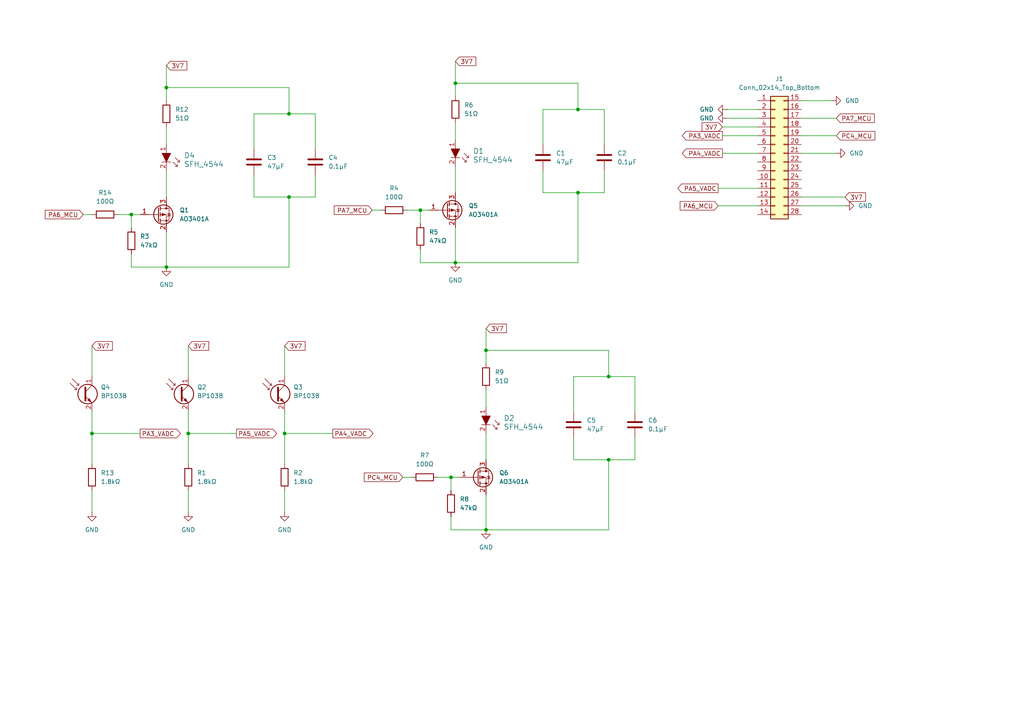
<source format=kicad_sch>
(kicad_sch (version 20231120) (generator "eeschema") (generator_version "8.0")
  (paper "A4")
  (title_block (title "Sensing Subsystem Schematic") (date "2024-04-20") (rev "Version 1") (company "Simushi Fortune Lutombi") (comment 1 "Q2,Q3,Q4 and their involved circuitry are the IR-reciever, which detect reflected IR signals") (comment 2 "D1,D2,D4 and their involved circuitry are the IR-emitter, which send out IR signals") (comment 3 "Q1,Q5,Q6 are mosfets for level switching the IR-emitter circuits.") (comment 4 "R14,R4,R7 ensure current does not flow back to the MCU and R3,R5,R8 are pull down resistors") (comment 7 "PA\"\"_VADC and PA\"\"_MCU connect to the microcontrollers GPIO pins for processing"))
  (lib_symbols
    (symbol "Capacitor_AKL:C_0603" (pin_numbers hide) (pin_names (offset 0.254))
      (property "Reference" "C" (at 0.635 2.54 0))
      (property "Value" "C_0603" (at 0.635 -2.54 0))
      (symbol "C_0603_0_1"
        (polyline (pts (xy -2.032 -0.762) (xy 2.032 -0.762)) (stroke (width 0.508)))
        (polyline (pts (xy -2.032 0.762) (xy 2.032 0.762)) (stroke (width 0.508)))
      )
      (symbol "C_0603_0_2"
        (polyline (pts (xy -2.54 -2.54) (xy -0.381 -0.381)))
        (polyline (pts (xy -0.508 -0.508) (xy -1.651 0.635)) (stroke (width 0.508)))
        (polyline (pts (xy -0.508 -0.508) (xy 0.635 -1.651)) (stroke (width 0.508)))
        (polyline (pts (xy 0.381 0.381) (xy 2.54 2.54)))
        (polyline (pts (xy 0.508 0.508) (xy -0.635 1.651)) (stroke (width 0.508)))
        (polyline (pts (xy 0.508 0.508) (xy 1.651 -0.635)) (stroke (width 0.508)))
      )
      (symbol "C_0603_1_1"
        (pin passive line (at 0 3.81 270) (length 2.794) (name "~") (number "1"))
        (pin passive line (at 0 -3.81 90) (length 2.794) (name "~") (number "2"))
      )
      (symbol "C_0603_1_2"
        (pin passive line (at 2.54 2.54 270) (length 0) (name "~") (number "1"))
        (pin passive line (at -2.54 -2.54 90) (length 0) (name "~") (number "2"))
      )
    )
    (symbol "Capacitor_US_AKL:C_0402" (pin_numbers hide) (pin_names (offset 0.254))
      (property "Reference" "C" (at 0.635 2.54 0))
      (property "Value" "C_0402" (at 0.635 -2.54 0))
      (symbol "C_0402_0_1"
        (polyline (pts (xy -2.032 -0.762) (xy 2.032 -0.762)) (stroke (width 0.508)))
        (polyline (pts (xy -2.032 0.762) (xy 2.032 0.762)) (stroke (width 0.508)))
      )
      (symbol "C_0402_0_2"
        (polyline (pts (xy -2.54 -2.54) (xy -0.381 -0.381)))
        (polyline (pts (xy -0.508 -0.508) (xy -1.651 0.635)) (stroke (width 0.508)))
        (polyline (pts (xy -0.508 -0.508) (xy 0.635 -1.651)) (stroke (width 0.508)))
        (polyline (pts (xy 0.381 0.381) (xy 2.54 2.54)))
        (polyline (pts (xy 0.508 0.508) (xy -0.635 1.651)) (stroke (width 0.508)))
        (polyline (pts (xy 0.508 0.508) (xy 1.651 -0.635)) (stroke (width 0.508)))
      )
      (symbol "C_0402_1_1"
        (pin passive line (at 0 3.81 270) (length 2.794) (name "~") (number "1"))
        (pin passive line (at 0 -3.81 90) (length 2.794) (name "~") (number "2"))
      )
      (symbol "C_0402_1_2"
        (pin passive line (at 2.54 2.54 270) (length 0) (name "~") (number "1"))
        (pin passive line (at -2.54 -2.54 90) (length 0) (name "~") (number "2"))
      )
    )
    (symbol "Connector_Generic:Conn_02x14_Top_Bottom" (pin_names (offset 1.016) hide)
      (property "Reference" "J" (at 1.27 17.78 0))
      (property "Value" "Conn_02x14_Top_Bottom" (at 1.27 -20.32 0))
      (symbol "Conn_02x14_Top_Bottom_1_1"
        (rectangle (start -1.27 -17.653) (end 0 -17.907) (stroke (width 0.1524)))
        (rectangle (start -1.27 -15.113) (end 0 -15.367) (stroke (width 0.1524)))
        (rectangle (start -1.27 -12.573) (end 0 -12.827) (stroke (width 0.1524)))
        (rectangle (start -1.27 -10.033) (end 0 -10.287) (stroke (width 0.1524)))
        (rectangle (start -1.27 -7.493) (end 0 -7.747) (stroke (width 0.1524)))
        (rectangle (start -1.27 -4.953) (end 0 -5.207) (stroke (width 0.1524)))
        (rectangle (start -1.27 -2.413) (end 0 -2.667) (stroke (width 0.1524)))
        (rectangle (start -1.27 0.127) (end 0 -0.127) (stroke (width 0.1524)))
        (rectangle (start -1.27 2.667) (end 0 2.413) (stroke (width 0.1524)))
        (rectangle (start -1.27 5.207) (end 0 4.953) (stroke (width 0.1524)))
        (rectangle (start -1.27 7.747) (end 0 7.493) (stroke (width 0.1524)))
        (rectangle (start -1.27 10.287) (end 0 10.033) (stroke (width 0.1524)))
        (rectangle (start -1.27 12.827) (end 0 12.573) (stroke (width 0.1524)))
        (rectangle (start -1.27 15.367) (end 0 15.113) (stroke (width 0.1524)))
        (rectangle (start -1.27 16.51) (end 3.81 -19.05) (stroke (width 0.254)) (fill (type background)))
        (rectangle (start 3.81 -17.653) (end 2.54 -17.907) (stroke (width 0.1524)))
        (rectangle (start 3.81 -15.113) (end 2.54 -15.367) (stroke (width 0.1524)))
        (rectangle (start 3.81 -12.573) (end 2.54 -12.827) (stroke (width 0.1524)))
        (rectangle (start 3.81 -10.033) (end 2.54 -10.287) (stroke (width 0.1524)))
        (rectangle (start 3.81 -7.493) (end 2.54 -7.747) (stroke (width 0.1524)))
        (rectangle (start 3.81 -4.953) (end 2.54 -5.207) (stroke (width 0.1524)))
        (rectangle (start 3.81 -2.413) (end 2.54 -2.667) (stroke (width 0.1524)))
        (rectangle (start 3.81 0.127) (end 2.54 -0.127) (stroke (width 0.1524)))
        (rectangle (start 3.81 2.667) (end 2.54 2.413) (stroke (width 0.1524)))
        (rectangle (start 3.81 5.207) (end 2.54 4.953) (stroke (width 0.1524)))
        (rectangle (start 3.81 7.747) (end 2.54 7.493) (stroke (width 0.1524)))
        (rectangle (start 3.81 10.287) (end 2.54 10.033) (stroke (width 0.1524)))
        (rectangle (start 3.81 12.827) (end 2.54 12.573) (stroke (width 0.1524)))
        (rectangle (start 3.81 15.367) (end 2.54 15.113) (stroke (width 0.1524)))
        (pin passive line (at -5.08 15.24 0) (length 3.81) (name "Pin_1") (number "1"))
        (pin passive line (at -5.08 -7.62 0) (length 3.81) (name "Pin_10") (number "10"))
        (pin passive line (at -5.08 -10.16 0) (length 3.81) (name "Pin_11") (number "11"))
        (pin passive line (at -5.08 -12.7 0) (length 3.81) (name "Pin_12") (number "12"))
        (pin passive line (at -5.08 -15.24 0) (length 3.81) (name "Pin_13") (number "13"))
        (pin passive line (at -5.08 -17.78 0) (length 3.81) (name "Pin_14") (number "14"))
        (pin passive line (at 7.62 15.24 180) (length 3.81) (name "Pin_15") (number "15"))
        (pin passive line (at 7.62 12.7 180) (length 3.81) (name "Pin_16") (number "16"))
        (pin passive line (at 7.62 10.16 180) (length 3.81) (name "Pin_17") (number "17"))
        (pin passive line (at 7.62 7.62 180) (length 3.81) (name "Pin_18") (number "18"))
        (pin passive line (at 7.62 5.08 180) (length 3.81) (name "Pin_19") (number "19"))
        (pin passive line (at -5.08 12.7 0) (length 3.81) (name "Pin_2") (number "2"))
        (pin passive line (at 7.62 2.54 180) (length 3.81) (name "Pin_20") (number "20"))
        (pin passive line (at 7.62 0 180) (length 3.81) (name "Pin_21") (number "21"))
        (pin passive line (at 7.62 -2.54 180) (length 3.81) (name "Pin_22") (number "22"))
        (pin passive line (at 7.62 -5.08 180) (length 3.81) (name "Pin_23") (number "23"))
        (pin passive line (at 7.62 -7.62 180) (length 3.81) (name "Pin_24") (number "24"))
        (pin passive line (at 7.62 -10.16 180) (length 3.81) (name "Pin_25") (number "25"))
        (pin passive line (at 7.62 -12.7 180) (length 3.81) (name "Pin_26") (number "26"))
        (pin passive line (at 7.62 -15.24 180) (length 3.81) (name "Pin_27") (number "27"))
        (pin passive line (at 7.62 -17.78 180) (length 3.81) (name "Pin_28") (number "28"))
        (pin passive line (at -5.08 10.16 0) (length 3.81) (name "Pin_3") (number "3"))
        (pin passive line (at -5.08 7.62 0) (length 3.81) (name "Pin_4") (number "4"))
        (pin passive line (at -5.08 5.08 0) (length 3.81) (name "Pin_5") (number "5"))
        (pin passive line (at -5.08 2.54 0) (length 3.81) (name "Pin_6") (number "6"))
        (pin passive line (at -5.08 0 0) (length 3.81) (name "Pin_7") (number "7"))
        (pin passive line (at -5.08 -2.54 0) (length 3.81) (name "Pin_8") (number "8"))
        (pin passive line (at -5.08 -5.08 0) (length 3.81) (name "Pin_9") (number "9"))
      )
    )
    (symbol "Resistor_AKL:R_0402" (pin_numbers hide) (pin_names (offset 0))
      (property "Reference" "R" (at 2.54 1.27 0))
      (property "Value" "R_0402" (at 2.54 -1.27 0))
      (symbol "R_0402_0_1"
        (rectangle (start -1.016 2.54) (end 1.016 -2.54) (stroke (width 0.254)))
      )
      (symbol "R_0402_0_2"
        (polyline (pts (xy -2.54 -2.54) (xy -1.524 -1.524)))
        (polyline (pts (xy 1.524 1.524) (xy 2.54 2.54)))
        (polyline (pts (xy 1.524 1.524) (xy 0.889 2.159) (xy -2.159 -0.889) (xy -0.889 -2.159) (xy 2.159 0.889) (xy 1.524 1.524)) (stroke (width 0.254)))
      )
      (symbol "R_0402_1_1"
        (pin passive line (at 0 3.81 270) (length 1.27) (name "~") (number "1"))
        (pin passive line (at 0 -3.81 90) (length 1.27) (name "~") (number "2"))
      )
      (symbol "R_0402_1_2"
        (pin passive line (at 2.54 2.54 180) (length 0) (name "") (number "1"))
        (pin passive line (at -2.54 -2.54 0) (length 0) (name "") (number "2"))
      )
    )
    (symbol "Resistor_AKL:R_0603" (pin_numbers hide) (pin_names (offset 0))
      (property "Reference" "R" (at 2.54 1.27 0))
      (property "Value" "R_0603" (at 2.54 -1.27 0))
      (symbol "R_0603_0_1"
        (rectangle (start -1.016 2.54) (end 1.016 -2.54) (stroke (width 0.254)))
      )
      (symbol "R_0603_0_2"
        (polyline (pts (xy -2.54 -2.54) (xy -1.524 -1.524)))
        (polyline (pts (xy 1.524 1.524) (xy 2.54 2.54)))
        (polyline (pts (xy 1.524 1.524) (xy 0.889 2.159) (xy -2.159 -0.889) (xy -0.889 -2.159) (xy 2.159 0.889) (xy 1.524 1.524)) (stroke (width 0.254)))
      )
      (symbol "R_0603_1_1"
        (pin passive line (at 0 3.81 270) (length 1.27) (name "~") (number "1"))
        (pin passive line (at 0 -3.81 90) (length 1.27) (name "~") (number "2"))
      )
      (symbol "R_0603_1_2"
        (pin passive line (at 2.54 2.54 180) (length 0) (name "") (number "1"))
        (pin passive line (at -2.54 -2.54 0) (length 0) (name "") (number "2"))
      )
    )
    (symbol "Resistor_AKL:R_0805" (pin_numbers hide) (pin_names (offset 0))
      (property "Reference" "R" (at 2.54 1.27 0))
      (property "Value" "R_0805" (at 2.54 -1.27 0))
      (symbol "R_0805_0_1"
        (rectangle (start -1.016 2.54) (end 1.016 -2.54) (stroke (width 0.254)))
      )
      (symbol "R_0805_0_2"
        (polyline (pts (xy -2.54 -2.54) (xy -1.524 -1.524)))
        (polyline (pts (xy 1.524 1.524) (xy 2.54 2.54)))
        (polyline (pts (xy 1.524 1.524) (xy 0.889 2.159) (xy -2.159 -0.889) (xy -0.889 -2.159) (xy 2.159 0.889) (xy 1.524 1.524)) (stroke (width 0.254)))
      )
      (symbol "R_0805_1_1"
        (pin passive line (at 0 3.81 270) (length 1.27) (name "~") (number "1"))
        (pin passive line (at 0 -3.81 90) (length 1.27) (name "~") (number "2"))
      )
      (symbol "R_0805_1_2"
        (pin passive line (at 2.54 2.54 180) (length 0) (name "") (number "1"))
        (pin passive line (at -2.54 -2.54 0) (length 0) (name "") (number "2"))
      )
    )
    (symbol "Sensor_Optical:BP103B" (pin_names (offset 0) hide)
      (property "Reference" "Q" (at 5.08 1.27 0))
      (property "Value" "BP103B" (at 5.08 -1.27 0))
      (symbol "BP103B_0_1"
        (polyline (pts (xy -1.905 1.27) (xy -2.54 1.27)))
        (polyline (pts (xy -1.27 2.54) (xy -1.905 2.54)))
        (polyline (pts (xy 0.635 0.635) (xy 2.54 2.54)))
        (polyline (pts (xy -3.81 3.175) (xy -1.905 1.27) (xy -1.905 1.905)))
        (polyline (pts (xy -3.175 4.445) (xy -1.27 2.54) (xy -1.27 3.175)))
        (polyline (pts (xy 0.635 -0.635) (xy 2.54 -2.54) (xy 2.54 -2.54)))
        (polyline (pts (xy 0.635 1.905) (xy 0.635 -1.905) (xy 0.635 -1.905)) (stroke (width 0.508)))
        (polyline (pts (xy 1.27 -1.778) (xy 1.778 -1.27) (xy 2.286 -2.286) (xy 1.27 -1.778) (xy 1.27 -1.778)) (fill (type outline)))
        (circle (center 1.27 0) (radius 2.8194) (stroke (width 0.254)))
      )
      (symbol "BP103B_1_1"
        (pin passive line (at 2.54 5.08 270) (length 2.54) (name "C") (number "1"))
        (pin passive line (at 2.54 -5.08 90) (length 2.54) (name "E") (number "2"))
      )
    )
    (symbol "Transistor_FET:AO3401A" (pin_names hide)
      (property "Reference" "Q" (at 5.08 1.905 0))
      (property "Value" "AO3401A" (at 5.08 0 0))
      (symbol "AO3401A_0_1"
        (polyline (pts (xy 0.254 0) (xy -2.54 0)))
        (polyline (pts (xy 0.254 1.905) (xy 0.254 -1.905)) (stroke (width 0.254)))
        (polyline (pts (xy 0.762 -1.27) (xy 0.762 -2.286)) (stroke (width 0.254)))
        (polyline (pts (xy 0.762 0.508) (xy 0.762 -0.508)) (stroke (width 0.254)))
        (polyline (pts (xy 0.762 2.286) (xy 0.762 1.27)) (stroke (width 0.254)))
        (polyline (pts (xy 2.54 2.54) (xy 2.54 1.778)))
        (polyline (pts (xy 2.54 -2.54) (xy 2.54 0) (xy 0.762 0)))
        (polyline (pts (xy 0.762 1.778) (xy 3.302 1.778) (xy 3.302 -1.778) (xy 0.762 -1.778)))
        (polyline (pts (xy 2.286 0) (xy 1.27 0.381) (xy 1.27 -0.381) (xy 2.286 0)) (fill (type outline)))
        (polyline (pts (xy 2.794 -0.508) (xy 2.921 -0.381) (xy 3.683 -0.381) (xy 3.81 -0.254)))
        (polyline (pts (xy 3.302 -0.381) (xy 2.921 0.254) (xy 3.683 0.254) (xy 3.302 -0.381)))
        (circle (center 1.651 0) (radius 2.794) (stroke (width 0.254)))
        (circle (center 2.54 -1.778) (radius 0.254) (fill (type outline)))
        (circle (center 2.54 1.778) (radius 0.254) (fill (type outline)))
      )
      (symbol "AO3401A_1_1"
        (pin input line (at -5.08 0 0) (length 2.54) (name "G") (number "1"))
        (pin passive line (at 2.54 -5.08 90) (length 2.54) (name "S") (number "2"))
        (pin passive line (at 2.54 5.08 270) (length 2.54) (name "D") (number "3"))
      )
    )
    (symbol "dk_Infrared-UV-Visible-Emitters:SFH_4545" (pin_names (offset 0))
      (property "Reference" "D" (at -1.905 4.445 0))
      (property "Value" "SFH_4545" (at 5.715 -3.175 0))
      (symbol "SFH_4545_0_1"
        (polyline (pts (xy 2.54 1.27) (xy 2.54 -1.27)))
        (polyline (pts (xy 2.54 3.81) (xy 1.27 2.54)))
        (polyline (pts (xy 3.81 3.175) (xy 2.54 1.905)))
        (polyline (pts (xy 1.905 3.81) (xy 2.54 3.81) (xy 2.54 3.175)))
        (polyline (pts (xy 3.175 3.175) (xy 3.81 3.175) (xy 3.81 2.54)))
        (polyline (pts (xy 0 1.27) (xy 0 -1.27) (xy 2.54 0) (xy 0 1.27)) (fill (type outline)))
      )
      (symbol "SFH_4545_1_1"
        (pin passive line (at -2.54 0 0) (length 2.54) (name "~") (number "1"))
        (pin passive line (at 5.08 0 180) (length 2.54) (name "~") (number "2"))
      )
    )
    (symbol "power:GND" (power) (pin_numbers hide) (pin_names (offset 0) hide)
      (property "Value" "GND" (at 0 -3.81 0))
      (symbol "GND_0_1"
        (polyline (pts (xy 0 0) (xy 0 -1.27) (xy 1.27 -1.27) (xy 0 -2.54) (xy -1.27 -1.27) (xy 0 -1.27)))
      )
      (symbol "GND_1_1"
        (pin power_in line (at 0 0 270) (length 0) (name "~") (number "1"))
      )
    )
  )
  (junction (at 132.08 76.2))
  (junction (at 167.64 31.75))
  (junction (at 176.53 133.35))
  (junction (at 83.82 57.15))
  (junction (at 121.92 60.96))
  (junction (at 48.26 77.47))
  (junction (at 176.53 109.22))
  (junction (at 132.08 24.13))
  (junction (at 140.97 153.67))
  (junction (at 83.82 33.02))
  (junction (at 130.81 138.43))
  (junction (at 48.26 25.4))
  (junction (at 54.61 125.73))
  (junction (at 26.67 125.73))
  (junction (at 140.97 101.6))
  (junction (at 82.55 125.73))
  (junction (at 167.64 55.88))
  (junction (at 38.1 62.23))
  (wire (pts (xy 175.26 55.88) (xy 175.26 49.53)))
  (wire (pts (xy 132.08 17.78) (xy 132.08 24.13)))
  (wire (pts (xy 132.08 35.56) (xy 132.08 40.64)))
  (wire (pts (xy 132.08 24.13) (xy 167.64 24.13)))
  (wire (pts (xy 130.81 138.43) (xy 130.81 142.24)))
  (wire (pts (xy 48.26 49.53) (xy 48.26 57.15)))
  (wire (pts (xy 167.64 31.75) (xy 175.26 31.75)))
  (wire (pts (xy 176.53 153.67) (xy 140.97 153.67)))
  (wire (pts (xy 140.97 101.6) (xy 140.97 105.41)))
  (wire (pts (xy 210.82 34.29) (xy 219.71 34.29)))
  (wire (pts (xy 48.26 67.31) (xy 48.26 77.47)))
  (wire (pts (xy 73.66 50.8) (xy 73.66 57.15)))
  (wire (pts (xy 140.97 113.03) (xy 140.97 118.11)))
  (wire (pts (xy 166.37 133.35) (xy 176.53 133.35)))
  (wire (pts (xy 140.97 143.51) (xy 140.97 153.67)))
  (wire (pts (xy 232.41 39.37) (xy 242.57 39.37)))
  (wire (pts (xy 130.81 149.86) (xy 130.81 153.67)))
  (wire (pts (xy 38.1 77.47) (xy 48.26 77.47)))
  (wire (pts (xy 73.66 33.02) (xy 73.66 43.18)))
  (wire (pts (xy 91.44 33.02) (xy 91.44 43.18)))
  (wire (pts (xy 132.08 66.04) (xy 132.08 76.2)))
  (wire (pts (xy 184.15 133.35) (xy 184.15 127)))
  (wire (pts (xy 208.28 59.69) (xy 219.71 59.69)))
  (wire (pts (xy 166.37 109.22) (xy 166.37 119.38)))
  (wire (pts (xy 54.61 125.73) (xy 54.61 134.62)))
  (wire (pts (xy 48.26 25.4) (xy 83.82 25.4)))
  (wire (pts (xy 82.55 125.73) (xy 82.55 134.62)))
  (wire (pts (xy 176.53 109.22) (xy 184.15 109.22)))
  (wire (pts (xy 26.67 125.73) (xy 26.67 134.62)))
  (wire (pts (xy 38.1 62.23) (xy 38.1 66.04)))
  (wire (pts (xy 83.82 57.15) (xy 83.82 77.47)))
  (wire (pts (xy 73.66 57.15) (xy 83.82 57.15)))
  (wire (pts (xy 132.08 48.26) (xy 132.08 55.88)))
  (wire (pts (xy 176.53 133.35) (xy 176.53 153.67)))
  (wire (pts (xy 167.64 55.88) (xy 167.64 76.2)))
  (wire (pts (xy 82.55 142.24) (xy 82.55 148.59)))
  (wire (pts (xy 38.1 62.23) (xy 40.64 62.23)))
  (wire (pts (xy 83.82 25.4) (xy 83.82 33.02)))
  (wire (pts (xy 232.41 29.21) (xy 241.3 29.21)))
  (wire (pts (xy 209.55 39.37) (xy 219.71 39.37)))
  (wire (pts (xy 91.44 57.15) (xy 91.44 50.8)))
  (wire (pts (xy 121.92 76.2) (xy 132.08 76.2)))
  (wire (pts (xy 83.82 33.02) (xy 91.44 33.02)))
  (wire (pts (xy 130.81 153.67) (xy 140.97 153.67)))
  (wire (pts (xy 232.41 34.29) (xy 242.57 34.29)))
  (wire (pts (xy 83.82 33.02) (xy 73.66 33.02)))
  (wire (pts (xy 118.11 60.96) (xy 121.92 60.96)))
  (wire (pts (xy 130.81 138.43) (xy 133.35 138.43)))
  (wire (pts (xy 140.97 95.25) (xy 140.97 101.6)))
  (wire (pts (xy 176.53 101.6) (xy 176.53 109.22)))
  (wire (pts (xy 140.97 125.73) (xy 140.97 133.35)))
  (wire (pts (xy 116.84 138.43) (xy 119.38 138.43)))
  (wire (pts (xy 127 138.43) (xy 130.81 138.43)))
  (wire (pts (xy 107.95 60.96) (xy 110.49 60.96)))
  (wire (pts (xy 24.13 62.23) (xy 26.67 62.23)))
  (wire (pts (xy 82.55 119.38) (xy 82.55 125.73)))
  (wire (pts (xy 209.55 36.83) (xy 219.71 36.83)))
  (wire (pts (xy 167.64 76.2) (xy 132.08 76.2)))
  (wire (pts (xy 121.92 60.96) (xy 124.46 60.96)))
  (wire (pts (xy 166.37 127) (xy 166.37 133.35)))
  (wire (pts (xy 176.53 133.35) (xy 184.15 133.35)))
  (wire (pts (xy 176.53 109.22) (xy 166.37 109.22)))
  (wire (pts (xy 34.29 62.23) (xy 38.1 62.23)))
  (wire (pts (xy 232.41 44.45) (xy 242.57 44.45)))
  (wire (pts (xy 54.61 142.24) (xy 54.61 148.59)))
  (wire (pts (xy 82.55 100.33) (xy 82.55 109.22)))
  (wire (pts (xy 167.64 55.88) (xy 175.26 55.88)))
  (wire (pts (xy 48.26 19.05) (xy 48.26 25.4)))
  (wire (pts (xy 26.67 125.73) (xy 40.64 125.73)))
  (wire (pts (xy 175.26 31.75) (xy 175.26 41.91)))
  (wire (pts (xy 209.55 44.45) (xy 219.71 44.45)))
  (wire (pts (xy 157.48 31.75) (xy 157.48 41.91)))
  (wire (pts (xy 157.48 49.53) (xy 157.48 55.88)))
  (wire (pts (xy 121.92 72.39) (xy 121.92 76.2)))
  (wire (pts (xy 48.26 36.83) (xy 48.26 41.91)))
  (wire (pts (xy 26.67 100.33) (xy 26.67 109.22)))
  (wire (pts (xy 167.64 24.13) (xy 167.64 31.75)))
  (wire (pts (xy 167.64 31.75) (xy 157.48 31.75)))
  (wire (pts (xy 83.82 77.47) (xy 48.26 77.47)))
  (wire (pts (xy 26.67 142.24) (xy 26.67 148.59)))
  (wire (pts (xy 48.26 25.4) (xy 48.26 29.21)))
  (wire (pts (xy 210.82 31.75) (xy 219.71 31.75)))
  (wire (pts (xy 54.61 125.73) (xy 68.58 125.73)))
  (wire (pts (xy 232.41 57.15) (xy 245.11 57.15)))
  (wire (pts (xy 83.82 57.15) (xy 91.44 57.15)))
  (wire (pts (xy 54.61 100.33) (xy 54.61 109.22)))
  (wire (pts (xy 140.97 101.6) (xy 176.53 101.6)))
  (wire (pts (xy 54.61 119.38) (xy 54.61 125.73)))
  (wire (pts (xy 132.08 24.13) (xy 132.08 27.94)))
  (wire (pts (xy 208.28 54.61) (xy 219.71 54.61)))
  (wire (pts (xy 157.48 55.88) (xy 167.64 55.88)))
  (wire (pts (xy 232.41 59.69) (xy 245.11 59.69)))
  (wire (pts (xy 121.92 60.96) (xy 121.92 64.77)))
  (wire (pts (xy 184.15 109.22) (xy 184.15 119.38)))
  (wire (pts (xy 38.1 73.66) (xy 38.1 77.47)))
  (wire (pts (xy 82.55 125.73) (xy 96.52 125.73)))
  (wire (pts (xy 26.67 119.38) (xy 26.67 125.73)))
  (global_label "3V7" (shape input) (at 140.97 95.25 0) (property "Intersheetrefs" "${INTERSHEET_REFS}" (effects (hide yes))))
  (global_label "PA3_VADC" (shape output) (at 40.64 125.73 0) (property "Intersheetrefs" "${INTERSHEET_REFS}" (effects (hide yes))))
  (global_label "3V7" (shape input) (at 82.55 100.33 0) (property "Intersheetrefs" "${INTERSHEET_REFS}" (effects (hide yes))))
  (global_label "PA7_MCU" (shape input) (at 242.57 34.29 0) (property "Intersheetrefs" "${INTERSHEET_REFS}" (effects (hide yes))))
  (global_label "3V7" (shape input) (at 245.11 57.15 0) (property "Intersheetrefs" "${INTERSHEET_REFS}" (effects (hide yes))))
  (global_label "3V7" (shape input) (at 132.08 17.78 0) (property "Intersheetrefs" "${INTERSHEET_REFS}" (effects (hide yes))))
  (global_label "3V7" (shape input) (at 54.61 100.33 0) (property "Intersheetrefs" "${INTERSHEET_REFS}" (effects (hide yes))))
  (global_label "PA4_VADC" (shape output) (at 96.52 125.73 0) (property "Intersheetrefs" "${INTERSHEET_REFS}" (effects (hide yes))))
  (global_label "3V7" (shape input) (at 209.55 36.83 180) (property "Intersheetrefs" "${INTERSHEET_REFS}" (effects (hide yes))))
  (global_label "PA5_VADC" (shape output) (at 68.58 125.73 0) (property "Intersheetrefs" "${INTERSHEET_REFS}" (effects (hide yes))))
  (global_label "PC4_MCU" (shape input) (at 242.57 39.37 0) (property "Intersheetrefs" "${INTERSHEET_REFS}" (effects (hide yes))))
  (global_label "3V7" (shape input) (at 26.67 100.33 0) (property "Intersheetrefs" "${INTERSHEET_REFS}" (effects (hide yes))))
  (global_label "PA6_MCU" (shape input) (at 24.13 62.23 180) (property "Intersheetrefs" "${INTERSHEET_REFS}" (effects (hide yes))))
  (global_label "PA7_MCU" (shape input) (at 107.95 60.96 180) (property "Intersheetrefs" "${INTERSHEET_REFS}" (effects (hide yes))))
  (global_label "PA3_VADC" (shape output) (at 209.55 39.37 180) (property "Intersheetrefs" "${INTERSHEET_REFS}" (effects (hide yes))))
  (global_label "PA6_MCU" (shape input) (at 208.28 59.69 180) (property "Intersheetrefs" "${INTERSHEET_REFS}" (effects (hide yes))))
  (global_label "3V7" (shape input) (at 48.26 19.05 0) (property "Intersheetrefs" "${INTERSHEET_REFS}" (effects (hide yes))))
  (global_label "PA4_VADC" (shape output) (at 209.55 44.45 180) (property "Intersheetrefs" "${INTERSHEET_REFS}" (effects (hide yes))))
  (global_label "PC4_MCU" (shape input) (at 116.84 138.43 180) (property "Intersheetrefs" "${INTERSHEET_REFS}" (effects (hide yes))))
  (global_label "PA5_VADC" (shape output) (at 208.28 54.61 180) (property "Intersheetrefs" "${INTERSHEET_REFS}" (effects (hide yes))))
  (symbol (lib_id "Transistor_FET:AO3401A") (at 129.54 60.96 0) (unit 1)
    (property "Reference" "Q5" (at 135.89 59.6899 0) (effects (justify left)))
    (property "Value" "AO3401A" (at 135.89 62.2299 0) (effects (justify left)))
    (property "Footprint" "Package_TO_SOT_SMD:SOT-23" (effects (hide yes)))
    (property "Datasheet" "http://www.aosmd.com/pdfs/datasheet/AO3401A.pdf" (effects (hide yes)))
    (property "Description" "-4.0A Id, -30V Vds, P-Channel MOSFET, SOT-23" (effects (hide yes)))
  )
  (symbol (lib_id "power:GND") (at 54.61 148.59 0) (unit 1)
    (property "Reference" "#PWR03" (effects (hide yes)))
    (property "Value" "GND" (at 54.61 153.67 0))
    (property "Description" "Power symbol creates a global label with name \"GND\" , ground" (effects (hide yes)))
  )
  (symbol (lib_id "power:GND") (at 48.26 77.47 0) (unit 1)
    (property "Reference" "#PWR01" (effects (hide yes)))
    (property "Value" "GND" (at 48.26 82.55 0))
    (property "Description" "Power symbol creates a global label with name \"GND\" , ground" (effects (hide yes)))
  )
  (symbol (lib_id "power:GND") (at 245.11 59.69 90) (unit 1)
    (property "Reference" "#PWR09" (effects (hide yes)))
    (property "Value" "GND" (at 248.92 59.6899 90) (effects (justify right)))
    (property "Description" "Power symbol creates a global label with name \"GND\" , ground" (effects (hide yes)))
  )
  (symbol (lib_id "power:GND") (at 210.82 34.29 270) (unit 1)
    (property "Reference" "#PWR06" (effects (hide yes)))
    (property "Value" "GND" (at 207.01 34.2899 90) (effects (justify right)))
    (property "Description" "Power symbol creates a global label with name \"GND\" , ground" (effects (hide yes)))
  )
  (symbol (lib_id "Resistor_AKL:R_0805") (at 30.48 62.23 90) (unit 1)
    (property "Reference" "R14" (at 30.48 55.88 90))
    (property "Value" "100Ω" (at 30.48 58.42 90))
    (property "Footprint" "Resistor_SMD_AKL:R_0805_2012Metric" (effects (hide yes)))
    (property "Description" "SMD 0805 Chip Resistor, European Symbol, Alternate KiCad Library" (effects (hide yes)))
  )
  (symbol (lib_id "Capacitor_AKL:C_0603") (at 73.66 46.99 0) (unit 1)
    (property "Reference" "C3" (at 77.47 45.7199 0) (effects (justify left)))
    (property "Value" "47μF" (at 77.47 48.2599 0) (effects (justify left)))
    (property "Footprint" "Capacitor_SMD_AKL:C_0603_1608Metric" (effects (hide yes)))
    (property "Description" "SMD 0603 MLCC capacitor, Alternate KiCad Library" (effects (hide yes)))
  )
  (symbol (lib_id "power:GND") (at 132.08 76.2 0) (unit 1)
    (property "Reference" "#PWR010" (effects (hide yes)))
    (property "Value" "GND" (at 132.08 81.28 0))
    (property "Description" "Power symbol creates a global label with name \"GND\" , ground" (effects (hide yes)))
  )
  (symbol (lib_id "power:GND") (at 82.55 148.59 0) (unit 1)
    (property "Reference" "#PWR05" (effects (hide yes)))
    (property "Value" "GND" (at 82.55 153.67 0))
    (property "Description" "Power symbol creates a global label with name \"GND\" , ground" (effects (hide yes)))
  )
  (symbol (lib_id "Connector_Generic:Conn_02x14_Top_Bottom") (at 224.79 44.45 0) (unit 1)
    (property "Reference" "J1" (at 226.06 22.86 0))
    (property "Value" "Conn_02x14_Top_Bottom" (at 226.06 25.4 0))
    (property "Footprint" "Connector_PinHeader_2.54mm:PinHeader_2x14_P2.54mm_Vertical" (effects (hide yes)))
    (property "Description" "Generic connector, double row, 02x14, top/bottom pin numbering scheme (row 1: 1...pins_per_row, row2: pins_per_row+1 ... num_pins), script generated (kicad-library-utils/schlib/autogen/connector/)" (effects (hide yes)))
  )
  (symbol (lib_id "Transistor_FET:AO3401A") (at 138.43 138.43 0) (unit 1)
    (property "Reference" "Q6" (at 144.78 137.1599 0) (effects (justify left)))
    (property "Value" "AO3401A" (at 144.78 139.6999 0) (effects (justify left)))
    (property "Footprint" "Package_TO_SOT_SMD:SOT-23" (effects (hide yes)))
    (property "Datasheet" "http://www.aosmd.com/pdfs/datasheet/AO3401A.pdf" (effects (hide yes)))
    (property "Description" "-4.0A Id, -30V Vds, P-Channel MOSFET, SOT-23" (effects (hide yes)))
  )
  (symbol (lib_id "Sensor_Optical:BP103B") (at 52.07 114.3 0) (unit 1)
    (property "Reference" "Q2" (at 57.15 112.2806 0) (effects (justify left)))
    (property "Value" "BP103B" (at 57.15 114.8206 0) (effects (justify left)))
    (property "Footprint" "LED_THT:LED_D5.0mm_Clear" (effects (hide yes)))
    (property "Datasheet" "http://www.b-kainka.de/Daten/Sensor/bp103bf.pdf" (effects (hide yes)))
    (property "Description" "NPN phototransistor" (effects (hide yes)))
  )
  (symbol (lib_id "power:GND") (at 241.3 29.21 90) (unit 1)
    (property "Reference" "#PWR07" (effects (hide yes)))
    (property "Value" "GND" (at 245.11 29.2099 90) (effects (justify right)))
    (property "Description" "Power symbol creates a global label with name \"GND\" , ground" (effects (hide yes)))
  )
  (symbol (lib_id "Sensor_Optical:BP103B") (at 80.01 114.3 0) (unit 1)
    (property "Reference" "Q3" (at 85.09 112.2806 0) (effects (justify left)))
    (property "Value" "BP103B" (at 85.09 114.8206 0) (effects (justify left)))
    (property "Footprint" "LED_THT:LED_D5.0mm_Clear" (effects (hide yes)))
    (property "Datasheet" "http://www.b-kainka.de/Daten/Sensor/bp103bf.pdf" (effects (hide yes)))
    (property "Description" "NPN phototransistor" (effects (hide yes)))
  )
  (symbol (lib_id "Transistor_FET:AO3401A") (at 45.72 62.23 0) (unit 1)
    (property "Reference" "Q1" (at 52.07 60.9599 0) (effects (justify left)))
    (property "Value" "AO3401A" (at 52.07 63.4999 0) (effects (justify left)))
    (property "Footprint" "Package_TO_SOT_SMD:SOT-23" (effects (hide yes)))
    (property "Datasheet" "http://www.aosmd.com/pdfs/datasheet/AO3401A.pdf" (effects (hide yes)))
    (property "Description" "-4.0A Id, -30V Vds, P-Channel MOSFET, SOT-23" (effects (hide yes)))
  )
  (symbol (lib_id "Resistor_AKL:R_0603") (at 54.61 138.43 0) (unit 1)
    (property "Reference" "R1" (at 57.15 137.1599 0) (effects (justify left)))
    (property "Value" "1.8kΩ" (at 57.15 139.6999 0) (effects (justify left)))
    (property "Footprint" "Resistor_SMD_AKL:R_0603_1608Metric" (effects (hide yes)))
    (property "Description" "SMD 0603 Chip Resistor, European Symbol, Alternate KiCad Library" (effects (hide yes)))
  )
  (symbol (lib_id "Resistor_AKL:R_0402") (at 121.92 68.58 180) (unit 1)
    (property "Reference" "R5" (at 124.46 67.3099 0) (effects (justify right)))
    (property "Value" "47kΩ" (at 124.46 69.8499 0) (effects (justify right)))
    (property "Footprint" "Resistor_SMD_AKL:R_0402_1005Metric" (effects (hide yes)))
    (property "Description" "SMD 0402 Chip Resistor, European Symbol, Alternate KiCad Library" (effects (hide yes)))
  )
  (symbol (lib_id "power:GND") (at 242.57 44.45 90) (unit 1)
    (property "Reference" "#PWR08" (effects (hide yes)))
    (property "Value" "GND" (at 246.38 44.4499 90) (effects (justify right)))
    (property "Description" "Power symbol creates a global label with name \"GND\" , ground" (effects (hide yes)))
  )
  (symbol (lib_id "Resistor_AKL:R_0805") (at 123.19 138.43 90) (unit 1)
    (property "Reference" "R7" (at 123.19 132.08 90))
    (property "Value" "100Ω" (at 123.19 134.62 90))
    (property "Footprint" "Resistor_SMD_AKL:R_0805_2012Metric" (effects (hide yes)))
    (property "Description" "SMD 0805 Chip Resistor, European Symbol, Alternate KiCad Library" (effects (hide yes)))
  )
  (symbol (lib_id "Capacitor_AKL:C_0603") (at 166.37 123.19 0) (unit 1)
    (property "Reference" "C5" (at 170.18 121.9199 0) (effects (justify left)))
    (property "Value" "47μF" (at 170.18 124.4599 0) (effects (justify left)))
    (property "Footprint" "Capacitor_SMD_AKL:C_0603_1608Metric" (effects (hide yes)))
    (property "Description" "SMD 0603 MLCC capacitor, Alternate KiCad Library" (effects (hide yes)))
  )
  (symbol (lib_id "power:GND") (at 140.97 153.67 0) (unit 1)
    (property "Reference" "#PWR011" (effects (hide yes)))
    (property "Value" "GND" (at 140.97 158.75 0))
    (property "Description" "Power symbol creates a global label with name \"GND\" , ground" (effects (hide yes)))
  )
  (symbol (lib_id "Capacitor_AKL:C_0603") (at 157.48 45.72 0) (unit 1)
    (property "Reference" "C1" (at 161.29 44.4499 0) (effects (justify left)))
    (property "Value" "47μF" (at 161.29 46.9899 0) (effects (justify left)))
    (property "Footprint" "Capacitor_SMD_AKL:C_0603_1608Metric" (effects (hide yes)))
    (property "Description" "SMD 0603 MLCC capacitor, Alternate KiCad Library" (effects (hide yes)))
  )
  (symbol (lib_id "Resistor_AKL:R_0805") (at 132.08 31.75 0) (unit 1)
    (property "Reference" "R6" (at 134.62 30.4799 0) (effects (justify left)))
    (property "Value" "51Ω" (at 134.62 33.0199 0) (effects (justify left)))
    (property "Footprint" "Resistor_SMD_AKL:R_0805_2012Metric" (effects (hide yes)))
    (property "Description" "SMD 0805 Chip Resistor, European Symbol, Alternate KiCad Library" (effects (hide yes)))
  )
  (symbol (lib_id "Capacitor_US_AKL:C_0402") (at 175.26 45.72 0) (unit 1)
    (property "Reference" "C2" (at 179.07 44.4499 0) (effects (justify left)))
    (property "Value" "0.1μF" (at 179.07 46.9899 0) (effects (justify left)))
    (property "Footprint" "Capacitor_SMD_AKL:C_0402_1005Metric" (effects (hide yes)))
    (property "Description" "SMD 0402 MLCC capacitor, Alternate KiCad Library" (effects (hide yes)))
  )
  (symbol (lib_id "Capacitor_US_AKL:C_0402") (at 91.44 46.99 0) (unit 1)
    (property "Reference" "C4" (at 95.25 45.7199 0) (effects (justify left)))
    (property "Value" "0.1μF" (at 95.25 48.2599 0) (effects (justify left)))
    (property "Footprint" "Capacitor_SMD_AKL:C_0402_1005Metric" (effects (hide yes)))
    (property "Description" "SMD 0402 MLCC capacitor, Alternate KiCad Library" (effects (hide yes)))
  )
  (symbol (lib_id "Resistor_AKL:R_0603") (at 82.55 138.43 0) (unit 1)
    (property "Reference" "R2" (at 85.09 137.1599 0) (effects (justify left)))
    (property "Value" "1.8kΩ" (at 85.09 139.6999 0) (effects (justify left)))
    (property "Footprint" "Resistor_SMD_AKL:R_0603_1608Metric" (effects (hide yes)))
    (property "Description" "SMD 0603 Chip Resistor, European Symbol, Alternate KiCad Library" (effects (hide yes)))
  )
  (symbol (lib_id "Resistor_AKL:R_0805") (at 48.26 33.02 0) (unit 1)
    (property "Reference" "R12" (at 50.8 31.7499 0) (effects (justify left)))
    (property "Value" "51Ω" (at 50.8 34.2899 0) (effects (justify left)))
    (property "Footprint" "Resistor_SMD_AKL:R_0805_2012Metric" (effects (hide yes)))
    (property "Description" "SMD 0805 Chip Resistor, European Symbol, Alternate KiCad Library" (effects (hide yes)))
  )
  (symbol (lib_id "Resistor_AKL:R_0805") (at 140.97 109.22 0) (unit 1)
    (property "Reference" "R9" (at 143.51 107.9499 0) (effects (justify left)))
    (property "Value" "51Ω" (at 143.51 110.4899 0) (effects (justify left)))
    (property "Footprint" "Resistor_SMD_AKL:R_0805_2012Metric" (effects (hide yes)))
    (property "Description" "SMD 0805 Chip Resistor, European Symbol, Alternate KiCad Library" (effects (hide yes)))
  )
  (symbol (lib_id "Resistor_AKL:R_0402") (at 38.1 69.85 180) (unit 1)
    (property "Reference" "R3" (at 40.64 68.5799 0) (effects (justify right)))
    (property "Value" "47kΩ" (at 40.64 71.1199 0) (effects (justify right)))
    (property "Footprint" "Resistor_SMD_AKL:R_0402_1005Metric" (effects (hide yes)))
    (property "Description" "SMD 0402 Chip Resistor, European Symbol, Alternate KiCad Library" (effects (hide yes)))
  )
  (symbol (lib_id "dk_Infrared-UV-Visible-Emitters:SFH_4545") (at 132.08 43.18 270) (unit 1)
    (property "Reference" "D1" (at 137.16 43.8149 90) (effects (font (size 1.524 1.524)) (justify left)))
    (property "Value" "SFH_4544" (at 137.16 46.3549 90) (effects (font (size 1.524 1.524)) (justify left)))
    (property "Footprint" "digikey-footprints:LED_5mm_Radial" (effects (hide yes)))
    (property "Datasheet" "https://dammedia.osram.info/media/resource/hires/osram-dam-2496274/SFH%204545.pdf" (effects (hide yes)))
    (property "Description" "EMITTER IR 950NM 100MA RADIAL" (effects (hide yes)))
    (property "MPN" "SFH 4545" (effects (hide yes)))
    (property "Category" "Optoelectronics" (effects (hide yes)))
    (property "Family" "Infrared, UV, Visible Emitters" (effects (hide yes)))
    (property "DK_Datasheet_Link" "https://dammedia.osram.info/media/resource/hires/osram-dam-2496274/SFH%204545.pdf" (effects (hide yes)))
    (property "DK_Detail_Page" "/product-detail/en/osram-opto-semiconductors-inc/SFH-4545/475-2919-ND/2205955" (effects (hide yes)))
    (property "Description_1" "EMITTER IR 950NM 100MA RADIAL" (effects (hide yes)))
    (property "Manufacturer" "OSRAM Opto Semiconductors Inc." (effects (hide yes)))
    (property "Status" "Active" (effects (hide yes)))
  )
  (symbol (lib_id "Resistor_AKL:R_0402") (at 130.81 146.05 180) (unit 1)
    (property "Reference" "R8" (at 133.35 144.7799 0) (effects (justify right)))
    (property "Value" "47kΩ" (at 133.35 147.3199 0) (effects (justify right)))
    (property "Footprint" "Resistor_SMD_AKL:R_0402_1005Metric" (effects (hide yes)))
    (property "Description" "SMD 0402 Chip Resistor, European Symbol, Alternate KiCad Library" (effects (hide yes)))
  )
  (symbol (lib_id "dk_Infrared-UV-Visible-Emitters:SFH_4545") (at 140.97 120.65 270) (unit 1)
    (property "Reference" "D2" (at 146.05 121.2849 90) (effects (font (size 1.524 1.524)) (justify left)))
    (property "Value" "SFH_4544" (at 146.05 123.8249 90) (effects (font (size 1.524 1.524)) (justify left)))
    (property "Footprint" "digikey-footprints:LED_5mm_Radial" (effects (hide yes)))
    (property "Datasheet" "https://dammedia.osram.info/media/resource/hires/osram-dam-2496274/SFH%204545.pdf" (effects (hide yes)))
    (property "Description" "EMITTER IR 950NM 100MA RADIAL" (effects (hide yes)))
    (property "MPN" "SFH 4545" (effects (hide yes)))
    (property "Category" "Optoelectronics" (effects (hide yes)))
    (property "Family" "Infrared, UV, Visible Emitters" (effects (hide yes)))
    (property "DK_Datasheet_Link" "https://dammedia.osram.info/media/resource/hires/osram-dam-2496274/SFH%204545.pdf" (effects (hide yes)))
    (property "DK_Detail_Page" "/product-detail/en/osram-opto-semiconductors-inc/SFH-4545/475-2919-ND/2205955" (effects (hide yes)))
    (property "Description_1" "EMITTER IR 950NM 100MA RADIAL" (effects (hide yes)))
    (property "Manufacturer" "OSRAM Opto Semiconductors Inc." (effects (hide yes)))
    (property "Status" "Active" (effects (hide yes)))
  )
  (symbol (lib_id "dk_Infrared-UV-Visible-Emitters:SFH_4545") (at 48.26 44.45 270) (unit 1)
    (property "Reference" "D4" (at 53.34 45.0849 90) (effects (font (size 1.524 1.524)) (justify left)))
    (property "Value" "SFH_4544" (at 53.34 47.6249 90) (effects (font (size 1.524 1.524)) (justify left)))
    (property "Footprint" "digikey-footprints:LED_5mm_Radial" (effects (hide yes)))
    (property "Datasheet" "https://dammedia.osram.info/media/resource/hires/osram-dam-2496274/SFH%204545.pdf" (effects (hide yes)))
    (property "Description" "EMITTER IR 950NM 100MA RADIAL" (effects (hide yes)))
    (property "MPN" "SFH 4545" (effects (hide yes)))
    (property "Category" "Optoelectronics" (effects (hide yes)))
    (property "Family" "Infrared, UV, Visible Emitters" (effects (hide yes)))
    (property "DK_Datasheet_Link" "https://dammedia.osram.info/media/resource/hires/osram-dam-2496274/SFH%204545.pdf" (effects (hide yes)))
    (property "DK_Detail_Page" "/product-detail/en/osram-opto-semiconductors-inc/SFH-4545/475-2919-ND/2205955" (effects (hide yes)))
    (property "Description_1" "EMITTER IR 950NM 100MA RADIAL" (effects (hide yes)))
    (property "Manufacturer" "OSRAM Opto Semiconductors Inc." (effects (hide yes)))
    (property "Status" "Active" (effects (hide yes)))
  )
  (symbol (lib_id "Resistor_AKL:R_0805") (at 114.3 60.96 90) (unit 1)
    (property "Reference" "R4" (at 114.3 54.61 90))
    (property "Value" "100Ω" (at 114.3 57.15 90))
    (property "Footprint" "Resistor_SMD_AKL:R_0805_2012Metric" (effects (hide yes)))
    (property "Description" "SMD 0805 Chip Resistor, European Symbol, Alternate KiCad Library" (effects (hide yes)))
  )
  (symbol (lib_id "power:GND") (at 26.67 148.59 0) (unit 1)
    (property "Reference" "#PWR04" (effects (hide yes)))
    (property "Value" "GND" (at 26.67 153.67 0))
    (property "Description" "Power symbol creates a global label with name \"GND\" , ground" (effects (hide yes)))
  )
  (symbol (lib_id "Sensor_Optical:BP103B") (at 24.13 114.3 0) (unit 1)
    (property "Reference" "Q4" (at 29.21 112.2806 0) (effects (justify left)))
    (property "Value" "BP103B" (at 29.21 114.8206 0) (effects (justify left)))
    (property "Footprint" "LED_THT:LED_D5.0mm_Clear" (effects (hide yes)))
    (property "Datasheet" "http://www.b-kainka.de/Daten/Sensor/bp103bf.pdf" (effects (hide yes)))
    (property "Description" "NPN phototransistor" (effects (hide yes)))
  )
  (symbol (lib_id "power:GND") (at 210.82 31.75 270) (unit 1)
    (property "Reference" "#PWR02" (effects (hide yes)))
    (property "Value" "GND" (at 207.01 31.7499 90) (effects (justify right)))
    (property "Description" "Power symbol creates a global label with name \"GND\" , ground" (effects (hide yes)))
  )
  (symbol (lib_id "Capacitor_US_AKL:C_0402") (at 184.15 123.19 0) (unit 1)
    (property "Reference" "C6" (at 187.96 121.9199 0) (effects (justify left)))
    (property "Value" "0.1μF" (at 187.96 124.4599 0) (effects (justify left)))
    (property "Footprint" "Capacitor_SMD_AKL:C_0402_1005Metric" (effects (hide yes)))
    (property "Description" "SMD 0402 MLCC capacitor, Alternate KiCad Library" (effects (hide yes)))
  )
  (symbol (lib_id "Resistor_AKL:R_0603") (at 26.67 138.43 0) (unit 1)
    (property "Reference" "R13" (at 29.21 137.1599 0) (effects (justify left)))
    (property "Value" "1.8kΩ" (at 29.21 139.6999 0) (effects (justify left)))
    (property "Footprint" "Resistor_SMD_AKL:R_0603_1608Metric" (effects (hide yes)))
    (property "Description" "SMD 0603 Chip Resistor, European Symbol, Alternate KiCad Library" (effects (hide yes)))
  )
)
</source>
